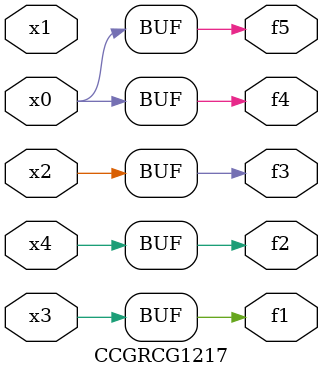
<source format=v>
module CCGRCG1217(
	input x0, x1, x2, x3, x4,
	output f1, f2, f3, f4, f5
);
	assign f1 = x3;
	assign f2 = x4;
	assign f3 = x2;
	assign f4 = x0;
	assign f5 = x0;
endmodule

</source>
